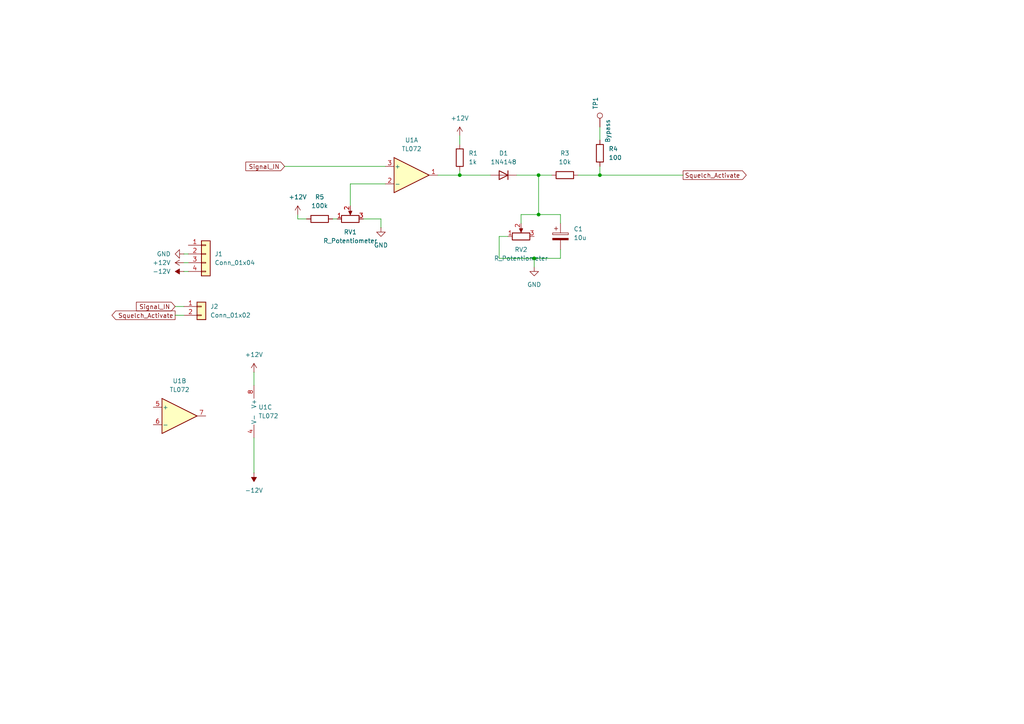
<source format=kicad_sch>
(kicad_sch (version 20231120) (generator "eeschema") (generator_version "8.0")
  (paper "A4")
  (lib_symbols
    (symbol "Amplifier_Operational:TL072" (pin_names (offset 0.127))
      (property "Reference" "U" (at 0 5.08 0))
      (property "Value" "TL072" (at 0 -5.08 0))
      (symbol "TL072_1_1"
        (polyline (pts (xy -5.08 5.08) (xy 5.08 0) (xy -5.08 -5.08) (xy -5.08 5.08)) (stroke (width 0.254)) (fill (type background)))
        (pin output line (at 7.62 0 180) (length 2.54) (name "~") (number "1"))
        (pin input line (at -7.62 -2.54 0) (length 2.54) (name "-") (number "2"))
        (pin input line (at -7.62 2.54 0) (length 2.54) (name "+") (number "3"))
      )
      (symbol "TL072_2_1"
        (polyline (pts (xy -5.08 5.08) (xy 5.08 0) (xy -5.08 -5.08) (xy -5.08 5.08)) (stroke (width 0.254)) (fill (type background)))
        (pin input line (at -7.62 2.54 0) (length 2.54) (name "+") (number "5"))
        (pin input line (at -7.62 -2.54 0) (length 2.54) (name "-") (number "6"))
        (pin output line (at 7.62 0 180) (length 2.54) (name "~") (number "7"))
      )
      (symbol "TL072_3_1"
        (pin power_in line (at -2.54 -7.62 90) (length 3.81) (name "V-") (number "4"))
        (pin power_in line (at -2.54 7.62 270) (length 3.81) (name "V+") (number "8"))
      )
    )
    (symbol "Connector:TestPoint" (pin_numbers hide) (pin_names (offset 0.762) hide)
      (property "Reference" "TP" (at 0 6.858 0))
      (property "Value" "TestPoint" (at 0 5.08 0))
      (symbol "TestPoint_0_1"
        (circle (center 0 3.302) (radius 0.762))
      )
      (symbol "TestPoint_1_1"
        (pin passive line (at 0 0 90) (length 2.54) (name "1") (number "1"))
      )
    )
    (symbol "Connector_Generic:Conn_01x02" (pin_names (offset 1.016) hide)
      (property "Reference" "J" (at 0 2.54 0))
      (property "Value" "Conn_01x02" (at 0 -5.08 0))
      (symbol "Conn_01x02_1_1"
        (rectangle (start -1.27 -2.413) (end 0 -2.667) (stroke (width 0.1524)))
        (rectangle (start -1.27 0.127) (end 0 -0.127) (stroke (width 0.1524)))
        (rectangle (start -1.27 1.27) (end 1.27 -3.81) (stroke (width 0.254)) (fill (type background)))
        (pin passive line (at -5.08 0 0) (length 3.81) (name "Pin_1") (number "1"))
        (pin passive line (at -5.08 -2.54 0) (length 3.81) (name "Pin_2") (number "2"))
      )
    )
    (symbol "Connector_Generic:Conn_01x04" (pin_names (offset 1.016) hide)
      (property "Reference" "J" (at 0 5.08 0))
      (property "Value" "Conn_01x04" (at 0 -7.62 0))
      (symbol "Conn_01x04_1_1"
        (rectangle (start -1.27 -4.953) (end 0 -5.207) (stroke (width 0.1524)))
        (rectangle (start -1.27 -2.413) (end 0 -2.667) (stroke (width 0.1524)))
        (rectangle (start -1.27 0.127) (end 0 -0.127) (stroke (width 0.1524)))
        (rectangle (start -1.27 2.667) (end 0 2.413) (stroke (width 0.1524)))
        (rectangle (start -1.27 3.81) (end 1.27 -6.35) (stroke (width 0.254)) (fill (type background)))
        (pin passive line (at -5.08 2.54 0) (length 3.81) (name "Pin_1") (number "1"))
        (pin passive line (at -5.08 0 0) (length 3.81) (name "Pin_2") (number "2"))
        (pin passive line (at -5.08 -2.54 0) (length 3.81) (name "Pin_3") (number "3"))
        (pin passive line (at -5.08 -5.08 0) (length 3.81) (name "Pin_4") (number "4"))
      )
    )
    (symbol "Device:C_Polarized" (pin_numbers hide) (pin_names (offset 0.254))
      (property "Reference" "C" (at 0.635 2.54 0))
      (property "Value" "C_Polarized" (at 0.635 -2.54 0))
      (symbol "C_Polarized_0_1"
        (rectangle (start -2.286 0.508) (end 2.286 1.016))
        (polyline (pts (xy -1.778 2.286) (xy -0.762 2.286)))
        (polyline (pts (xy -1.27 2.794) (xy -1.27 1.778)))
        (rectangle (start 2.286 -0.508) (end -2.286 -1.016) (fill (type outline)))
      )
      (symbol "C_Polarized_1_1"
        (pin passive line (at 0 3.81 270) (length 2.794) (name "~") (number "1"))
        (pin passive line (at 0 -3.81 90) (length 2.794) (name "~") (number "2"))
      )
    )
    (symbol "Device:R" (pin_numbers hide) (pin_names (offset 0))
      (property "Reference" "R" (at 2.032 0 90))
      (property "Value" "R" (at 0 0 90))
      (symbol "R_0_1"
        (rectangle (start -1.016 -2.54) (end 1.016 2.54) (stroke (width 0.254)))
      )
      (symbol "R_1_1"
        (pin passive line (at 0 3.81 270) (length 1.27) (name "~") (number "1"))
        (pin passive line (at 0 -3.81 90) (length 1.27) (name "~") (number "2"))
      )
    )
    (symbol "Device:R_Potentiometer" (pin_names (offset 1.016) hide)
      (property "Reference" "RV" (at -4.445 0 90))
      (property "Value" "R_Potentiometer" (at -2.54 0 90))
      (symbol "R_Potentiometer_0_1"
        (polyline (pts (xy 2.54 0) (xy 1.524 0)))
        (polyline (pts (xy 1.143 0) (xy 2.286 0.508) (xy 2.286 -0.508) (xy 1.143 0)) (fill (type outline)))
        (rectangle (start 1.016 2.54) (end -1.016 -2.54) (stroke (width 0.254)))
      )
      (symbol "R_Potentiometer_1_1"
        (pin passive line (at 0 3.81 270) (length 1.27) (name "1") (number "1"))
        (pin passive line (at 3.81 0 180) (length 1.27) (name "2") (number "2"))
        (pin passive line (at 0 -3.81 90) (length 1.27) (name "3") (number "3"))
      )
    )
    (symbol "Diode:1N4148" (pin_numbers hide) (pin_names hide)
      (property "Reference" "D" (at 0 2.54 0))
      (property "Value" "1N4148" (at 0 -2.54 0))
      (symbol "1N4148_0_1"
        (polyline (pts (xy -1.27 1.27) (xy -1.27 -1.27)) (stroke (width 0.254)))
        (polyline (pts (xy 1.27 0) (xy -1.27 0)))
        (polyline (pts (xy 1.27 1.27) (xy 1.27 -1.27) (xy -1.27 0) (xy 1.27 1.27)) (stroke (width 0.254)))
      )
      (symbol "1N4148_1_1"
        (pin passive line (at -3.81 0 0) (length 2.54) (name "K") (number "1"))
        (pin passive line (at 3.81 0 180) (length 2.54) (name "A") (number "2"))
      )
    )
    (symbol "power:+12V" (power) (pin_numbers hide) (pin_names (offset 0) hide)
      (property "Value" "+12V" (at 0 3.556 0))
      (symbol "+12V_0_1"
        (polyline (pts (xy -0.762 1.27) (xy 0 2.54)))
        (polyline (pts (xy 0 0) (xy 0 2.54)))
        (polyline (pts (xy 0 2.54) (xy 0.762 1.27)))
      )
      (symbol "+12V_1_1"
        (pin power_in line (at 0 0 90) (length 0) (name "~") (number "1"))
      )
    )
    (symbol "power:-12V" (power) (pin_numbers hide) (pin_names (offset 0) hide)
      (property "Value" "-12V" (at 0 3.556 0))
      (symbol "-12V_0_0"
        (pin power_in line (at 0 0 90) (length 0) (name "~") (number "1"))
      )
      (symbol "-12V_0_1"
        (polyline (pts (xy 0 0) (xy 0 1.27) (xy 0.762 1.27) (xy 0 2.54) (xy -0.762 1.27) (xy 0 1.27)) (fill (type outline)))
      )
    )
    (symbol "power:GND" (power) (pin_numbers hide) (pin_names (offset 0) hide)
      (property "Value" "GND" (at 0 -3.81 0))
      (symbol "GND_0_1"
        (polyline (pts (xy 0 0) (xy 0 -1.27) (xy 1.27 -1.27) (xy 0 -2.54) (xy -1.27 -1.27) (xy 0 -1.27)))
      )
      (symbol "GND_1_1"
        (pin power_in line (at 0 0 270) (length 0) (name "~") (number "1"))
      )
    )
  )
  (junction (at 173.99 50.8))
  (junction (at 156.21 50.8))
  (junction (at 156.21 62.23))
  (junction (at 133.35 50.8))
  (junction (at 154.94 74.93))
  (wire (pts (xy 162.56 72.39) (xy 162.56 74.93)))
  (wire (pts (xy 50.8 91.44) (xy 53.34 91.44)))
  (wire (pts (xy 110.49 63.5) (xy 110.49 66.04)))
  (wire (pts (xy 82.55 48.26) (xy 111.76 48.26)))
  (wire (pts (xy 167.64 50.8) (xy 173.99 50.8)))
  (wire (pts (xy 73.66 127) (xy 73.66 137.16)))
  (wire (pts (xy 133.35 49.53) (xy 133.35 50.8)))
  (wire (pts (xy 173.99 50.8) (xy 198.12 50.8)))
  (wire (pts (xy 144.78 74.93) (xy 154.94 74.93)))
  (wire (pts (xy 96.52 63.5) (xy 97.79 63.5)))
  (wire (pts (xy 156.21 50.8) (xy 160.02 50.8)))
  (wire (pts (xy 133.35 50.8) (xy 142.24 50.8)))
  (wire (pts (xy 162.56 62.23) (xy 162.56 64.77)))
  (wire (pts (xy 53.34 78.74) (xy 54.61 78.74)))
  (wire (pts (xy 53.34 73.66) (xy 54.61 73.66)))
  (wire (pts (xy 127 50.8) (xy 133.35 50.8)))
  (wire (pts (xy 156.21 62.23) (xy 162.56 62.23)))
  (wire (pts (xy 147.32 68.58) (xy 144.78 68.58)))
  (wire (pts (xy 53.34 76.2) (xy 54.61 76.2)))
  (wire (pts (xy 173.99 48.26) (xy 173.99 50.8)))
  (wire (pts (xy 101.6 53.34) (xy 111.76 53.34)))
  (wire (pts (xy 133.35 39.37) (xy 133.35 41.91)))
  (wire (pts (xy 154.94 74.93) (xy 162.56 74.93)))
  (wire (pts (xy 73.66 107.95) (xy 73.66 111.76)))
  (wire (pts (xy 156.21 50.8) (xy 156.21 62.23)))
  (wire (pts (xy 149.86 50.8) (xy 156.21 50.8)))
  (wire (pts (xy 101.6 59.69) (xy 101.6 53.34)))
  (wire (pts (xy 105.41 63.5) (xy 110.49 63.5)))
  (wire (pts (xy 86.36 62.23) (xy 86.36 63.5)))
  (wire (pts (xy 154.94 74.93) (xy 154.94 77.47)))
  (wire (pts (xy 173.99 36.83) (xy 173.99 40.64)))
  (wire (pts (xy 144.78 68.58) (xy 144.78 74.93)))
  (wire (pts (xy 86.36 63.5) (xy 88.9 63.5)))
  (wire (pts (xy 151.13 62.23) (xy 151.13 64.77)))
  (wire (pts (xy 50.8 88.9) (xy 53.34 88.9)))
  (wire (pts (xy 151.13 62.23) (xy 156.21 62.23)))
  (global_label "Squelch_Activate" (shape output) (at 198.12 50.8 0) (property "Intersheetrefs" "${INTERSHEET_REFS}" (effects (hide yes))))
  (global_label "Signal_IN" (shape input) (at 82.55 48.26 180) (property "Intersheetrefs" "${INTERSHEET_REFS}" (effects (hide yes))))
  (global_label "Squelch_Activate" (shape output) (at 50.8 91.44 180) (property "Intersheetrefs" "${INTERSHEET_REFS}" (effects (hide yes))))
  (global_label "Signal_IN" (shape input) (at 50.8 88.9 180) (property "Intersheetrefs" "${INTERSHEET_REFS}" (effects (hide yes))))
  (symbol (lib_id "power:+12V") (at 53.34 76.2 90) (unit 1)
    (property "Reference" "#PWR04" (effects (hide yes)))
    (property "Value" "+12V" (at 49.53 76.1999 90) (effects (justify left)))
    (property "Description" "Power symbol creates a global label with name \"+12V\"" (effects (hide yes)))
  )
  (symbol (lib_id "Device:C_Polarized") (at 162.56 68.58 0) (unit 1)
    (property "Reference" "C1" (at 166.37 66.4209 0) (effects (justify left)))
    (property "Value" "10u" (at 166.37 68.9609 0) (effects (justify left)))
    (property "Footprint" "Capacitor_THT:CP_Axial_L10.0mm_D6.0mm_P15.00mm_Horizontal" (effects (hide yes)))
    (property "Description" "Polarized capacitor" (effects (hide yes)))
  )
  (symbol (lib_id "power:-12V") (at 73.66 137.16 180) (unit 1)
    (property "Reference" "#PWR08" (effects (hide yes)))
    (property "Value" "-12V" (at 73.66 142.24 0))
    (property "Description" "Power symbol creates a global label with name \"-12V\"" (effects (hide yes)))
  )
  (symbol (lib_id "Device:R") (at 92.71 63.5 90) (unit 1)
    (property "Reference" "R5" (at 92.71 57.15 90))
    (property "Value" "100k" (at 92.71 59.69 90))
    (property "Footprint" "Resistor_THT:R_Axial_DIN0207_L6.3mm_D2.5mm_P10.16mm_Horizontal" (effects (hide yes)))
    (property "Description" "Resistor" (effects (hide yes)))
  )
  (symbol (lib_id "Amplifier_Operational:TL072") (at 52.07 120.65 0) (unit 2)
    (property "Reference" "U1" (at 52.07 110.49 0))
    (property "Value" "TL072" (at 52.07 113.03 0))
    (property "Footprint" "Package_DIP:DIP-8_W7.62mm_LongPads" (effects (hide yes)))
    (property "Datasheet" "http://www.ti.com/lit/ds/symlink/tl071.pdf" (effects (hide yes)))
    (property "Description" "Dual Low-Noise JFET-Input Operational Amplifiers, DIP-8/SOIC-8" (effects (hide yes)))
  )
  (symbol (lib_id "power:-12V") (at 53.34 78.74 90) (unit 1)
    (property "Reference" "#PWR05" (effects (hide yes)))
    (property "Value" "-12V" (at 49.53 78.7399 90) (effects (justify left)))
    (property "Description" "Power symbol creates a global label with name \"-12V\"" (effects (hide yes)))
  )
  (symbol (lib_id "Device:R_Potentiometer") (at 151.13 68.58 90) (unit 1)
    (property "Reference" "RV2" (at 151.13 72.39 90))
    (property "Value" "R_Potentiometer" (at 151.13 74.93 90))
    (property "Footprint" "Potentiometer_THT:Potentiometer_Bourns_3386P_Vertical" (effects (hide yes)))
    (property "Description" "Potentiometer" (effects (hide yes)))
  )
  (symbol (lib_id "Amplifier_Operational:TL072") (at 119.38 50.8 0) (unit 1)
    (property "Reference" "U1" (at 119.38 40.64 0))
    (property "Value" "TL072" (at 119.38 43.18 0))
    (property "Footprint" "Package_DIP:DIP-8_W7.62mm_LongPads" (effects (hide yes)))
    (property "Datasheet" "http://www.ti.com/lit/ds/symlink/tl071.pdf" (effects (hide yes)))
    (property "Description" "Dual Low-Noise JFET-Input Operational Amplifiers, DIP-8/SOIC-8" (effects (hide yes)))
  )
  (symbol (lib_id "power:+12V") (at 133.35 39.37 0) (unit 1)
    (property "Reference" "#PWR09" (effects (hide yes)))
    (property "Value" "+12V" (at 133.35 34.29 0))
    (property "Description" "Power symbol creates a global label with name \"+12V\"" (effects (hide yes)))
  )
  (symbol (lib_id "power:GND") (at 53.34 73.66 270) (unit 1)
    (property "Reference" "#PWR02" (effects (hide yes)))
    (property "Value" "GND" (at 49.53 73.6599 90) (effects (justify right)))
    (property "Description" "Power symbol creates a global label with name \"GND\" , ground" (effects (hide yes)))
  )
  (symbol (lib_id "Amplifier_Operational:TL072") (at 76.2 119.38 0) (unit 3)
    (property "Reference" "U1" (at 74.93 118.1099 0) (effects (justify left)))
    (property "Value" "TL072" (at 74.93 120.6499 0) (effects (justify left)))
    (property "Footprint" "Package_DIP:DIP-8_W7.62mm_LongPads" (effects (hide yes)))
    (property "Datasheet" "http://www.ti.com/lit/ds/symlink/tl071.pdf" (effects (hide yes)))
    (property "Description" "Dual Low-Noise JFET-Input Operational Amplifiers, DIP-8/SOIC-8" (effects (hide yes)))
  )
  (symbol (lib_id "Device:R") (at 173.99 44.45 0) (unit 1)
    (property "Reference" "R4" (at 176.53 43.1799 0) (effects (justify left)))
    (property "Value" "100" (at 176.53 45.7199 0) (effects (justify left)))
    (property "Footprint" "Resistor_THT:R_Axial_DIN0207_L6.3mm_D2.5mm_P10.16mm_Horizontal" (effects (hide yes)))
    (property "Description" "Resistor" (effects (hide yes)))
  )
  (symbol (lib_id "power:+12V") (at 86.36 62.23 0) (unit 1)
    (property "Reference" "#PWR07" (effects (hide yes)))
    (property "Value" "+12V" (at 86.36 57.15 0))
    (property "Description" "Power symbol creates a global label with name \"+12V\"" (effects (hide yes)))
  )
  (symbol (lib_id "power:+12V") (at 73.66 107.95 0) (unit 1)
    (property "Reference" "#PWR01" (effects (hide yes)))
    (property "Value" "+12V" (at 73.66 102.87 0))
    (property "Description" "Power symbol creates a global label with name \"+12V\"" (effects (hide yes)))
  )
  (symbol (lib_id "Diode:1N4148") (at 146.05 50.8 180) (unit 1)
    (property "Reference" "D1" (at 146.05 44.45 0))
    (property "Value" "1N4148" (at 146.05 46.99 0))
    (property "Footprint" "Diode_THT:D_DO-35_SOD27_P7.62mm_Horizontal" (effects (hide yes)))
    (property "Datasheet" "https://assets.nexperia.com/documents/data-sheet/1N4148_1N4448.pdf" (effects (hide yes)))
    (property "Description" "100V 0.15A standard switching diode, DO-35" (effects (hide yes)))
    (property "Sim.Device" "D" (effects (hide yes)))
    (property "Sim.Pins" "1=K 2=A" (effects (hide yes)))
  )
  (symbol (lib_id "power:GND") (at 154.94 77.47 0) (unit 1)
    (property "Reference" "#PWR03" (effects (hide yes)))
    (property "Value" "GND" (at 154.94 82.55 0))
    (property "Description" "Power symbol creates a global label with name \"GND\" , ground" (effects (hide yes)))
  )
  (symbol (lib_id "power:GND") (at 110.49 66.04 0) (unit 1)
    (property "Reference" "#PWR06" (effects (hide yes)))
    (property "Value" "GND" (at 110.49 71.12 0))
    (property "Description" "Power symbol creates a global label with name \"GND\" , ground" (effects (hide yes)))
  )
  (symbol (lib_id "Connector_Generic:Conn_01x04") (at 59.69 73.66 0) (unit 1)
    (property "Reference" "J1" (at 62.23 73.6599 0) (effects (justify left)))
    (property "Value" "Conn_01x04" (at 62.23 76.1999 0) (effects (justify left)))
    (property "Footprint" "Connector_PinHeader_2.54mm:PinHeader_1x04_P2.54mm_Vertical" (effects (hide yes)))
    (property "Description" "Generic connector, single row, 01x04, script generated (kicad-library-utils/schlib/autogen/connector/)" (effects (hide yes)))
  )
  (symbol (lib_id "Device:R_Potentiometer") (at 101.6 63.5 90) (unit 1)
    (property "Reference" "RV1" (at 101.6 67.31 90))
    (property "Value" "R_Potentiometer" (at 101.6 69.85 90))
    (property "Footprint" "Potentiometer_THT:Potentiometer_Bourns_3386P_Vertical" (effects (hide yes)))
    (property "Description" "Potentiometer" (effects (hide yes)))
  )
  (symbol (lib_id "Connector_Generic:Conn_01x02") (at 58.42 88.9 0) (unit 1)
    (property "Reference" "J2" (at 60.96 88.8999 0) (effects (justify left)))
    (property "Value" "Conn_01x02" (at 60.96 91.4399 0) (effects (justify left)))
    (property "Footprint" "Connector_PinHeader_2.54mm:PinHeader_1x02_P2.54mm_Vertical" (effects (hide yes)))
    (property "Description" "Generic connector, single row, 01x02, script generated (kicad-library-utils/schlib/autogen/connector/)" (effects (hide yes)))
  )
  (symbol (lib_id "Device:R") (at 133.35 45.72 0) (unit 1)
    (property "Reference" "R1" (at 135.89 44.4499 0) (effects (justify left)))
    (property "Value" "1k" (at 135.89 46.9899 0) (effects (justify left)))
    (property "Footprint" "Resistor_THT:R_Axial_DIN0207_L6.3mm_D2.5mm_P10.16mm_Horizontal" (effects (hide yes)))
    (property "Description" "Resistor" (effects (hide yes)))
  )
  (symbol (lib_id "Connector:TestPoint") (at 173.99 36.83 0) (unit 1)
    (property "Reference" "TP1" (at 172.7199 31.75 90) (effects (justify left)))
    (property "Value" "Bypass" (at 176.276 41.402 90) (effects (justify left)))
    (property "Footprint" "Connector_PinHeader_2.54mm:PinHeader_1x01_P2.54mm_Vertical" (effects (hide yes)))
    (property "Description" "test point" (effects (hide yes)))
  )
  (symbol (lib_id "Device:R") (at 163.83 50.8 90) (unit 1)
    (property "Reference" "R3" (at 163.83 44.45 90))
    (property "Value" "10k" (at 163.83 46.99 90))
    (property "Footprint" "Resistor_THT:R_Axial_DIN0207_L6.3mm_D2.5mm_P10.16mm_Horizontal" (effects (hide yes)))
    (property "Description" "Resistor" (effects (hide yes)))
  )
)
</source>
